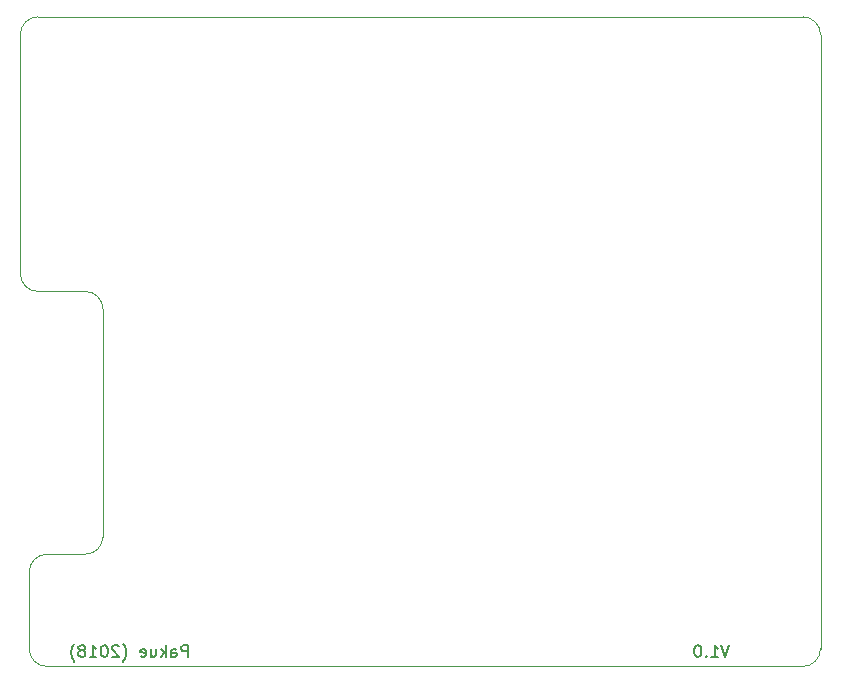
<source format=gbr>
%TF.GenerationSoftware,KiCad,Pcbnew,(6.0.0-rc1-dev-853-g5bbc2d74a)*%
%TF.CreationDate,2018-11-17T03:51:26+01:00*%
%TF.ProjectId,VFD_Watch,5646445F57617463682E6B696361645F,rev?*%
%TF.SameCoordinates,Original*%
%TF.FileFunction,Legend,Bot*%
%TF.FilePolarity,Positive*%
%FSLAX46Y46*%
G04 Gerber Fmt 4.6, Leading zero omitted, Abs format (unit mm)*
G04 Created by KiCad (PCBNEW (6.0.0-rc1-dev-853-g5bbc2d74a)) date 2018 November 17, Saturday 03:51:26*
%MOMM*%
%LPD*%
G01*
G04 APERTURE LIST*
%ADD10C,0.150000*%
%ADD11C,0.050000*%
G04 APERTURE END LIST*
D10*
X146773809Y-126202380D02*
X146440476Y-127202380D01*
X146107142Y-126202380D01*
X145250000Y-127202380D02*
X145821428Y-127202380D01*
X145535714Y-127202380D02*
X145535714Y-126202380D01*
X145630952Y-126345238D01*
X145726190Y-126440476D01*
X145821428Y-126488095D01*
X144821428Y-127107142D02*
X144773809Y-127154761D01*
X144821428Y-127202380D01*
X144869047Y-127154761D01*
X144821428Y-127107142D01*
X144821428Y-127202380D01*
X144154761Y-126202380D02*
X144059523Y-126202380D01*
X143964285Y-126250000D01*
X143916666Y-126297619D01*
X143869047Y-126392857D01*
X143821428Y-126583333D01*
X143821428Y-126821428D01*
X143869047Y-127011904D01*
X143916666Y-127107142D01*
X143964285Y-127154761D01*
X144059523Y-127202380D01*
X144154761Y-127202380D01*
X144250000Y-127154761D01*
X144297619Y-127107142D01*
X144345238Y-127011904D01*
X144392857Y-126821428D01*
X144392857Y-126583333D01*
X144345238Y-126392857D01*
X144297619Y-126297619D01*
X144250000Y-126250000D01*
X144154761Y-126202380D01*
X100952380Y-127202380D02*
X100952380Y-126202380D01*
X100571428Y-126202380D01*
X100476190Y-126250000D01*
X100428571Y-126297619D01*
X100380952Y-126392857D01*
X100380952Y-126535714D01*
X100428571Y-126630952D01*
X100476190Y-126678571D01*
X100571428Y-126726190D01*
X100952380Y-126726190D01*
X99523809Y-127202380D02*
X99523809Y-126678571D01*
X99571428Y-126583333D01*
X99666666Y-126535714D01*
X99857142Y-126535714D01*
X99952380Y-126583333D01*
X99523809Y-127154761D02*
X99619047Y-127202380D01*
X99857142Y-127202380D01*
X99952380Y-127154761D01*
X100000000Y-127059523D01*
X100000000Y-126964285D01*
X99952380Y-126869047D01*
X99857142Y-126821428D01*
X99619047Y-126821428D01*
X99523809Y-126773809D01*
X99047619Y-127202380D02*
X99047619Y-126202380D01*
X98952380Y-126821428D02*
X98666666Y-127202380D01*
X98666666Y-126535714D02*
X99047619Y-126916666D01*
X97809523Y-126535714D02*
X97809523Y-127202380D01*
X98238095Y-126535714D02*
X98238095Y-127059523D01*
X98190476Y-127154761D01*
X98095238Y-127202380D01*
X97952380Y-127202380D01*
X97857142Y-127154761D01*
X97809523Y-127107142D01*
X96952380Y-127154761D02*
X97047619Y-127202380D01*
X97238095Y-127202380D01*
X97333333Y-127154761D01*
X97380952Y-127059523D01*
X97380952Y-126678571D01*
X97333333Y-126583333D01*
X97238095Y-126535714D01*
X97047619Y-126535714D01*
X96952380Y-126583333D01*
X96904761Y-126678571D01*
X96904761Y-126773809D01*
X97380952Y-126869047D01*
X95428571Y-127583333D02*
X95476190Y-127535714D01*
X95571428Y-127392857D01*
X95619047Y-127297619D01*
X95666666Y-127154761D01*
X95714285Y-126916666D01*
X95714285Y-126726190D01*
X95666666Y-126488095D01*
X95619047Y-126345238D01*
X95571428Y-126250000D01*
X95476190Y-126107142D01*
X95428571Y-126059523D01*
X95095238Y-126297619D02*
X95047619Y-126250000D01*
X94952380Y-126202380D01*
X94714285Y-126202380D01*
X94619047Y-126250000D01*
X94571428Y-126297619D01*
X94523809Y-126392857D01*
X94523809Y-126488095D01*
X94571428Y-126630952D01*
X95142857Y-127202380D01*
X94523809Y-127202380D01*
X93904761Y-126202380D02*
X93809523Y-126202380D01*
X93714285Y-126250000D01*
X93666666Y-126297619D01*
X93619047Y-126392857D01*
X93571428Y-126583333D01*
X93571428Y-126821428D01*
X93619047Y-127011904D01*
X93666666Y-127107142D01*
X93714285Y-127154761D01*
X93809523Y-127202380D01*
X93904761Y-127202380D01*
X94000000Y-127154761D01*
X94047619Y-127107142D01*
X94095238Y-127011904D01*
X94142857Y-126821428D01*
X94142857Y-126583333D01*
X94095238Y-126392857D01*
X94047619Y-126297619D01*
X94000000Y-126250000D01*
X93904761Y-126202380D01*
X92619047Y-127202380D02*
X93190476Y-127202380D01*
X92904761Y-127202380D02*
X92904761Y-126202380D01*
X93000000Y-126345238D01*
X93095238Y-126440476D01*
X93190476Y-126488095D01*
X92047619Y-126630952D02*
X92142857Y-126583333D01*
X92190476Y-126535714D01*
X92238095Y-126440476D01*
X92238095Y-126392857D01*
X92190476Y-126297619D01*
X92142857Y-126250000D01*
X92047619Y-126202380D01*
X91857142Y-126202380D01*
X91761904Y-126250000D01*
X91714285Y-126297619D01*
X91666666Y-126392857D01*
X91666666Y-126440476D01*
X91714285Y-126535714D01*
X91761904Y-126583333D01*
X91857142Y-126630952D01*
X92047619Y-126630952D01*
X92142857Y-126678571D01*
X92190476Y-126726190D01*
X92238095Y-126821428D01*
X92238095Y-127011904D01*
X92190476Y-127107142D01*
X92142857Y-127154761D01*
X92047619Y-127202380D01*
X91857142Y-127202380D01*
X91761904Y-127154761D01*
X91714285Y-127107142D01*
X91666666Y-127011904D01*
X91666666Y-126821428D01*
X91714285Y-126726190D01*
X91761904Y-126678571D01*
X91857142Y-126630952D01*
X91333333Y-127583333D02*
X91285714Y-127535714D01*
X91190476Y-127392857D01*
X91142857Y-127297619D01*
X91095238Y-127154761D01*
X91047619Y-126916666D01*
X91047619Y-126726190D01*
X91095238Y-126488095D01*
X91142857Y-126345238D01*
X91190476Y-126250000D01*
X91285714Y-126107142D01*
X91333333Y-126059523D01*
D11*
X93750000Y-117000000D02*
G75*
G02X92250000Y-118500000I-1500000J0D01*
G01*
X92250000Y-96250000D02*
G75*
G02X93750000Y-97750000I0J-1500000D01*
G01*
X88250000Y-96250000D02*
G75*
G02X86750000Y-94750000I0J1500000D01*
G01*
X87500000Y-120000000D02*
G75*
G02X89000000Y-118500000I1500000J0D01*
G01*
X89000000Y-128000000D02*
G75*
G02X87500000Y-126500000I0J1500000D01*
G01*
X154500000Y-126500000D02*
G75*
G02X153000000Y-128000000I-1500000J0D01*
G01*
X153000000Y-73000000D02*
G75*
G02X154500000Y-74500000I0J-1500000D01*
G01*
X86750000Y-74500000D02*
G75*
G02X88250000Y-73000000I1500000J0D01*
G01*
X87500000Y-120000000D02*
X87500000Y-126500000D01*
X92250000Y-118500000D02*
X89000000Y-118500000D01*
X93750000Y-97750000D02*
X93750000Y-117000000D01*
X88250000Y-96250000D02*
X92250000Y-96250000D01*
X86750000Y-76750000D02*
X86750000Y-94750000D01*
X86750000Y-74500000D02*
X86750000Y-76750000D01*
X153000000Y-73000000D02*
X88250000Y-73000000D01*
X154500000Y-74500000D02*
X154500000Y-126500000D01*
X89000000Y-128000000D02*
X153000000Y-128000000D01*
M02*

</source>
